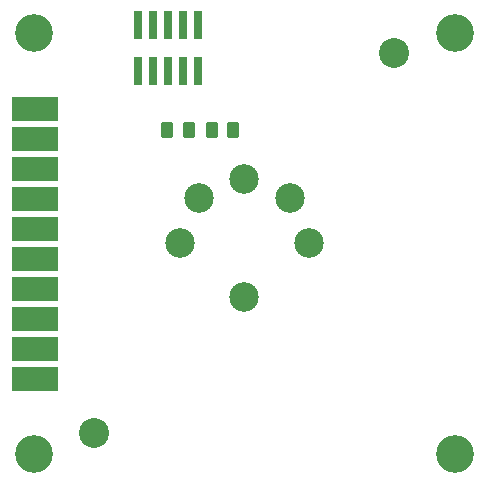
<source format=gbr>
%TF.GenerationSoftware,KiCad,Pcbnew,6.0.11-2627ca5db0~126~ubuntu22.04.1*%
%TF.CreationDate,2025-02-25T14:04:31+01:00*%
%TF.ProjectId,MidiBreakOut,4d696469-4272-4656-916b-4f75742e6b69,rev?*%
%TF.SameCoordinates,Original*%
%TF.FileFunction,Soldermask,Bot*%
%TF.FilePolarity,Negative*%
%FSLAX46Y46*%
G04 Gerber Fmt 4.6, Leading zero omitted, Abs format (unit mm)*
G04 Created by KiCad (PCBNEW 6.0.11-2627ca5db0~126~ubuntu22.04.1) date 2025-02-25 14:04:31*
%MOMM*%
%LPD*%
G01*
G04 APERTURE LIST*
G04 Aperture macros list*
%AMRoundRect*
0 Rectangle with rounded corners*
0 $1 Rounding radius*
0 $2 $3 $4 $5 $6 $7 $8 $9 X,Y pos of 4 corners*
0 Add a 4 corners polygon primitive as box body*
4,1,4,$2,$3,$4,$5,$6,$7,$8,$9,$2,$3,0*
0 Add four circle primitives for the rounded corners*
1,1,$1+$1,$2,$3*
1,1,$1+$1,$4,$5*
1,1,$1+$1,$6,$7*
1,1,$1+$1,$8,$9*
0 Add four rect primitives between the rounded corners*
20,1,$1+$1,$2,$3,$4,$5,0*
20,1,$1+$1,$4,$5,$6,$7,0*
20,1,$1+$1,$6,$7,$8,$9,0*
20,1,$1+$1,$8,$9,$2,$3,0*%
G04 Aperture macros list end*
%ADD10C,3.200000*%
%ADD11R,4.000000X2.000000*%
%ADD12C,2.500000*%
%ADD13RoundRect,0.250000X0.262500X0.450000X-0.262500X0.450000X-0.262500X-0.450000X0.262500X-0.450000X0*%
%ADD14C,2.540000*%
%ADD15RoundRect,0.250000X-0.262500X-0.450000X0.262500X-0.450000X0.262500X0.450000X-0.262500X0.450000X0*%
%ADD16R,0.740000X2.400000*%
G04 APERTURE END LIST*
D10*
%TO.C,H4*%
X117800000Y-117800000D03*
%TD*%
D11*
%TO.C,X6*%
X82296000Y-106426000D03*
%TD*%
D10*
%TO.C,H2*%
X117800000Y-82200000D03*
%TD*%
%TO.C,H1*%
X82200000Y-82200000D03*
%TD*%
D12*
%TO.C,J1*%
X105461000Y-100000000D03*
X103861511Y-96138489D03*
X100000000Y-94539000D03*
X96138489Y-96138489D03*
X94539000Y-100000000D03*
X100000000Y-104572000D03*
%TD*%
D10*
%TO.C,H3*%
X82200000Y-117800000D03*
%TD*%
D11*
%TO.C,X9*%
X82296000Y-91186000D03*
%TD*%
%TO.C,X3*%
X82296000Y-96266000D03*
%TD*%
%TO.C,X10*%
X82296000Y-111506000D03*
%TD*%
%TO.C,X8*%
X82296000Y-108966000D03*
%TD*%
D13*
%TO.C,R1*%
X99083500Y-90424000D03*
X97258500Y-90424000D03*
%TD*%
D11*
%TO.C,X4*%
X82296000Y-103886000D03*
%TD*%
%TO.C,X7*%
X82296000Y-101346000D03*
%TD*%
D14*
%TO.C,FID2*%
X112700000Y-83900000D03*
%TD*%
D15*
%TO.C,R2*%
X93472000Y-90424000D03*
X95297000Y-90424000D03*
%TD*%
D11*
%TO.C,X5*%
X82296000Y-98806000D03*
%TD*%
%TO.C,X1*%
X82296000Y-93726000D03*
%TD*%
D14*
%TO.C,FID1*%
X87300000Y-116100000D03*
%TD*%
D11*
%TO.C,X2*%
X82296000Y-88646000D03*
%TD*%
D16*
%TO.C,J2*%
X90960000Y-81550000D03*
X90960000Y-85450000D03*
X92230000Y-81550000D03*
X92230000Y-85450000D03*
X93500000Y-81550000D03*
X93500000Y-85450000D03*
X94770000Y-81550000D03*
X94770000Y-85450000D03*
X96040000Y-81550000D03*
X96040000Y-85450000D03*
%TD*%
M02*

</source>
